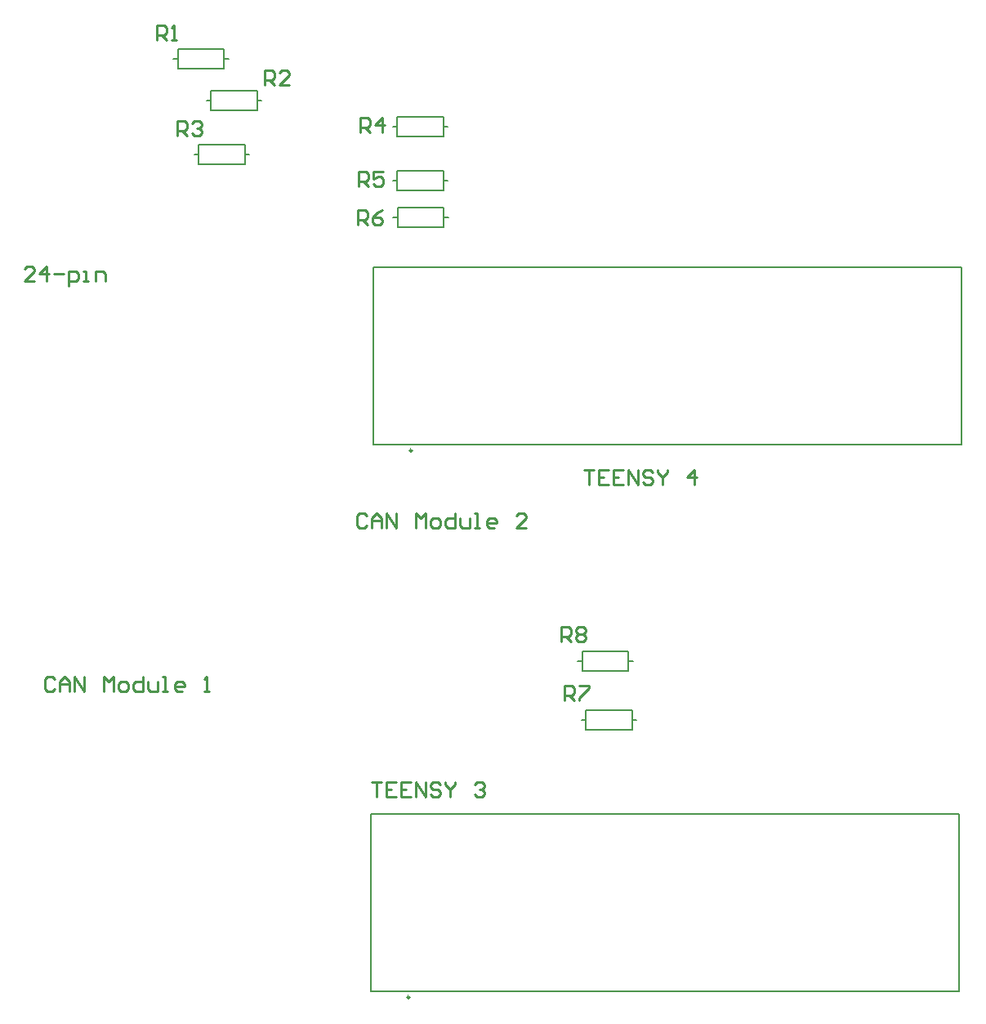
<source format=gbr>
%TF.GenerationSoftware,Altium Limited,Altium Designer,24.4.1 (13)*%
G04 Layer_Color=65535*
%FSLAX45Y45*%
%MOMM*%
%TF.SameCoordinates,8A7C2A8E-E69E-4B29-94BC-9739BFB7EBFE*%
%TF.FilePolarity,Positive*%
%TF.FileFunction,Legend,Top*%
%TF.Part,Single*%
G01*
G75*
%TA.AperFunction,NonConductor*%
%ADD19C,0.25000*%
%ADD20C,0.20000*%
%ADD21C,0.25400*%
D19*
X11217900Y8022300D02*
G03*
X11217900Y8022300I-12500J0D01*
G01*
X11192500Y2358100D02*
G03*
X11192500Y2358100I-12500J0D01*
G01*
D20*
X11065500Y11480698D02*
X11540500D01*
Y11277702D02*
Y11480698D01*
X11065500Y11277702D02*
X11540500D01*
X11065500D02*
Y11480698D01*
X11017001Y11379200D02*
X11065500D01*
X11540500D02*
X11588999D01*
X11065499Y10718902D02*
X11540499D01*
X11065499D02*
Y10921898D01*
X11540499D01*
Y10718902D02*
Y10921898D01*
Y10820400D02*
X11588998D01*
X11017000D02*
X11065499D01*
X11067999Y10337902D02*
X11543000D01*
X11067999D02*
Y10540898D01*
X11543000D01*
Y10337902D02*
Y10540898D01*
Y10439400D02*
X11591498D01*
X11019500D02*
X11067999D01*
X9135101Y11747398D02*
X9610101D01*
Y11544402D02*
Y11747398D01*
X9135101Y11544402D02*
X9610101D01*
X9135101D02*
Y11747398D01*
X9086602Y11645900D02*
X9135101D01*
X9610101D02*
X9658600D01*
X10820400Y9923297D02*
X16916400D01*
Y8085298D02*
Y9923297D01*
X10820400Y8085298D02*
X16916400D01*
X10820400D02*
Y9923297D01*
X13458200Y5842000D02*
X13506699D01*
X12934702D02*
X12983200D01*
Y5740502D02*
Y5943498D01*
Y5740502D02*
X13458200D01*
Y5943498D01*
X12983200D02*
X13458200D01*
X12972801Y5232400D02*
X13021300D01*
X13496300D02*
X13544798D01*
X13496300Y5130902D02*
Y5333898D01*
X13021300D02*
X13496300D01*
X13021300Y5130902D02*
Y5333898D01*
Y5130902D02*
X13496300D01*
X9483101Y11087100D02*
X9531600D01*
X8959602D02*
X9008101D01*
Y10985602D02*
Y11188598D01*
Y10985602D02*
X9483101D01*
Y11188598D01*
X9008101D02*
X9483101D01*
X8743701Y12077700D02*
X8792200D01*
X9267200D02*
X9315699D01*
X9267200Y11976202D02*
Y12179198D01*
X8792200D02*
X9267200D01*
X8792200Y11976202D02*
Y12179198D01*
Y11976202D02*
X9267200D01*
X10795000Y2421098D02*
Y4259097D01*
Y2421098D02*
X16891000D01*
Y4259097D01*
X10795000D02*
X16891000D01*
D21*
X7518643Y5651483D02*
X7493251Y5676875D01*
X7442467D01*
X7417075Y5651483D01*
Y5549917D01*
X7442467Y5524525D01*
X7493251D01*
X7518643Y5549917D01*
X7569426Y5524525D02*
Y5626092D01*
X7620210Y5676875D01*
X7670993Y5626092D01*
Y5524525D01*
Y5600700D01*
X7569426D01*
X7721777Y5524525D02*
Y5676875D01*
X7823344Y5524525D01*
Y5676875D01*
X8026478Y5524525D02*
Y5676875D01*
X8077262Y5626092D01*
X8128045Y5676875D01*
Y5524525D01*
X8204221D02*
X8255004D01*
X8280396Y5549917D01*
Y5600700D01*
X8255004Y5626092D01*
X8204221D01*
X8178829Y5600700D01*
Y5549917D01*
X8204221Y5524525D01*
X8432747Y5676875D02*
Y5524525D01*
X8356572D01*
X8331180Y5549917D01*
Y5600700D01*
X8356572Y5626092D01*
X8432747D01*
X8483530D02*
Y5549917D01*
X8508922Y5524525D01*
X8585098D01*
Y5626092D01*
X8635881Y5524525D02*
X8686665D01*
X8661273D01*
Y5676875D01*
X8635881D01*
X8839015Y5524525D02*
X8788232D01*
X8762840Y5549917D01*
Y5600700D01*
X8788232Y5626092D01*
X8839015D01*
X8864407Y5600700D01*
Y5575308D01*
X8762840D01*
X9067541Y5524525D02*
X9118325D01*
X9092933D01*
Y5676875D01*
X9067541Y5651483D01*
X10680741Y11315725D02*
Y11468075D01*
X10756917D01*
X10782308Y11442683D01*
Y11391900D01*
X10756917Y11366508D01*
X10680741D01*
X10731525D02*
X10782308Y11315725D01*
X10909267D02*
Y11468075D01*
X10833092Y11391900D01*
X10934659D01*
X10668041Y10756925D02*
Y10909275D01*
X10744217D01*
X10769608Y10883883D01*
Y10833100D01*
X10744217Y10807708D01*
X10668041D01*
X10718825D02*
X10769608Y10756925D01*
X10921959Y10909275D02*
X10820392D01*
Y10833100D01*
X10871175Y10858492D01*
X10896567D01*
X10921959Y10833100D01*
Y10782317D01*
X10896567Y10756925D01*
X10845784D01*
X10820392Y10782317D01*
X10655341Y10363225D02*
Y10515575D01*
X10731517D01*
X10756908Y10490183D01*
Y10439400D01*
X10731517Y10414008D01*
X10655341D01*
X10706125D02*
X10756908Y10363225D01*
X10909259Y10515575D02*
X10858475Y10490183D01*
X10807692Y10439400D01*
Y10388617D01*
X10833084Y10363225D01*
X10883867D01*
X10909259Y10388617D01*
Y10414008D01*
X10883867Y10439400D01*
X10807692D01*
X9690141Y11811025D02*
Y11963375D01*
X9766317D01*
X9791708Y11937983D01*
Y11887200D01*
X9766317Y11861808D01*
X9690141D01*
X9740925D02*
X9791708Y11811025D01*
X9944059D02*
X9842492D01*
X9944059Y11912592D01*
Y11937983D01*
X9918667Y11963375D01*
X9867884D01*
X9842492Y11937983D01*
X13004990Y7823175D02*
X13106557D01*
X13055772D01*
Y7670825D01*
X13258907Y7823175D02*
X13157339D01*
Y7670825D01*
X13258907D01*
X13157339Y7747000D02*
X13208122D01*
X13411258Y7823175D02*
X13309689D01*
Y7670825D01*
X13411258D01*
X13309689Y7747000D02*
X13360474D01*
X13462041Y7670825D02*
Y7823175D01*
X13563608Y7670825D01*
Y7823175D01*
X13715959Y7797783D02*
X13690567Y7823175D01*
X13639784D01*
X13614392Y7797783D01*
Y7772392D01*
X13639784Y7747000D01*
X13690567D01*
X13715959Y7721608D01*
Y7696217D01*
X13690567Y7670825D01*
X13639784D01*
X13614392Y7696217D01*
X13766743Y7823175D02*
Y7797783D01*
X13817526Y7747000D01*
X13868311Y7797783D01*
Y7823175D01*
X13817526Y7747000D02*
Y7670825D01*
X14147620D02*
Y7823175D01*
X14071445Y7747000D01*
X14173010D01*
X10800080Y4584651D02*
X10901647D01*
X10850863D01*
Y4432300D01*
X11053998Y4584651D02*
X10952431D01*
Y4432300D01*
X11053998D01*
X10952431Y4508475D02*
X11003214D01*
X11206349Y4584651D02*
X11104781D01*
Y4432300D01*
X11206349D01*
X11104781Y4508475D02*
X11155565D01*
X11257132Y4432300D02*
Y4584651D01*
X11358699Y4432300D01*
Y4584651D01*
X11511050Y4559259D02*
X11485658Y4584651D01*
X11434875D01*
X11409483Y4559259D01*
Y4533867D01*
X11434875Y4508475D01*
X11485658D01*
X11511050Y4483083D01*
Y4457692D01*
X11485658Y4432300D01*
X11434875D01*
X11409483Y4457692D01*
X11561834Y4584651D02*
Y4559259D01*
X11612617Y4508475D01*
X11663401Y4559259D01*
Y4584651D01*
X11612617Y4508475D02*
Y4432300D01*
X11866535Y4559259D02*
X11891927Y4584651D01*
X11942710D01*
X11968102Y4559259D01*
Y4533867D01*
X11942710Y4508475D01*
X11917319D01*
X11942710D01*
X11968102Y4483083D01*
Y4457692D01*
X11942710Y4432300D01*
X11891927D01*
X11866535Y4457692D01*
X12760960Y6040120D02*
Y6192471D01*
X12837135D01*
X12862527Y6167079D01*
Y6116295D01*
X12837135Y6090903D01*
X12760960D01*
X12811743D02*
X12862527Y6040120D01*
X12913310Y6167079D02*
X12938702Y6192471D01*
X12989487D01*
X13014877Y6167079D01*
Y6141687D01*
X12989487Y6116295D01*
X13014877Y6090903D01*
Y6065512D01*
X12989487Y6040120D01*
X12938702D01*
X12913310Y6065512D01*
Y6090903D01*
X12938702Y6116295D01*
X12913310Y6141687D01*
Y6167079D01*
X12938702Y6116295D02*
X12989487D01*
X12799060Y5430520D02*
Y5582871D01*
X12875235D01*
X12900627Y5557479D01*
Y5506695D01*
X12875235Y5481303D01*
X12799060D01*
X12849843D02*
X12900627Y5430520D01*
X12951411Y5582871D02*
X13052979D01*
Y5557479D01*
X12951411Y5455912D01*
Y5430520D01*
X8785860Y11285220D02*
Y11437571D01*
X8862035D01*
X8887427Y11412179D01*
Y11361395D01*
X8862035Y11336003D01*
X8785860D01*
X8836643D02*
X8887427Y11285220D01*
X8938211Y11412179D02*
X8963603Y11437571D01*
X9014386D01*
X9039778Y11412179D01*
Y11386787D01*
X9014386Y11361395D01*
X8988994D01*
X9014386D01*
X9039778Y11336003D01*
Y11310612D01*
X9014386Y11285220D01*
X8963603D01*
X8938211Y11310612D01*
X8569960Y12275820D02*
Y12428171D01*
X8646135D01*
X8671527Y12402779D01*
Y12351995D01*
X8646135Y12326603D01*
X8569960D01*
X8620743D02*
X8671527Y12275820D01*
X8722311D02*
X8773094D01*
X8747703D01*
Y12428171D01*
X8722311Y12402779D01*
X10746707Y7345639D02*
X10721315Y7371031D01*
X10670532D01*
X10645140Y7345639D01*
Y7244072D01*
X10670532Y7218680D01*
X10721315D01*
X10746707Y7244072D01*
X10797491Y7218680D02*
Y7320247D01*
X10848274Y7371031D01*
X10899058Y7320247D01*
Y7218680D01*
Y7294855D01*
X10797491D01*
X10949841Y7218680D02*
Y7371031D01*
X11051409Y7218680D01*
Y7371031D01*
X11254543Y7218680D02*
Y7371031D01*
X11305326Y7320247D01*
X11356110Y7371031D01*
Y7218680D01*
X11432285D02*
X11483069D01*
X11508461Y7244072D01*
Y7294855D01*
X11483069Y7320247D01*
X11432285D01*
X11406894Y7294855D01*
Y7244072D01*
X11432285Y7218680D01*
X11660812Y7371031D02*
Y7218680D01*
X11584636D01*
X11559244Y7244072D01*
Y7294855D01*
X11584636Y7320247D01*
X11660812D01*
X11711595D02*
Y7244072D01*
X11736987Y7218680D01*
X11813162D01*
Y7320247D01*
X11863946Y7218680D02*
X11914729D01*
X11889338D01*
Y7371031D01*
X11863946D01*
X12067080Y7218680D02*
X12016297D01*
X11990905Y7244072D01*
Y7294855D01*
X12016297Y7320247D01*
X12067080D01*
X12092472Y7294855D01*
Y7269463D01*
X11990905D01*
X12397173Y7218680D02*
X12295606D01*
X12397173Y7320247D01*
Y7345639D01*
X12371781Y7371031D01*
X12320998D01*
X12295606Y7345639D01*
X7305007Y9776460D02*
X7203440D01*
X7305007Y9878027D01*
Y9903419D01*
X7279615Y9928811D01*
X7228832D01*
X7203440Y9903419D01*
X7431966Y9776460D02*
Y9928811D01*
X7355791Y9852635D01*
X7457358D01*
X7508141D02*
X7609709D01*
X7660492Y9725677D02*
Y9878027D01*
X7736668D01*
X7762059Y9852635D01*
Y9801852D01*
X7736668Y9776460D01*
X7660492D01*
X7812843D02*
X7863626D01*
X7838235D01*
Y9878027D01*
X7812843D01*
X7939802Y9776460D02*
Y9878027D01*
X8015977D01*
X8041369Y9852635D01*
Y9776460D01*
%TF.MD5,14a665519ac4b3a539b703e4f9bbe78a*%
M02*

</source>
